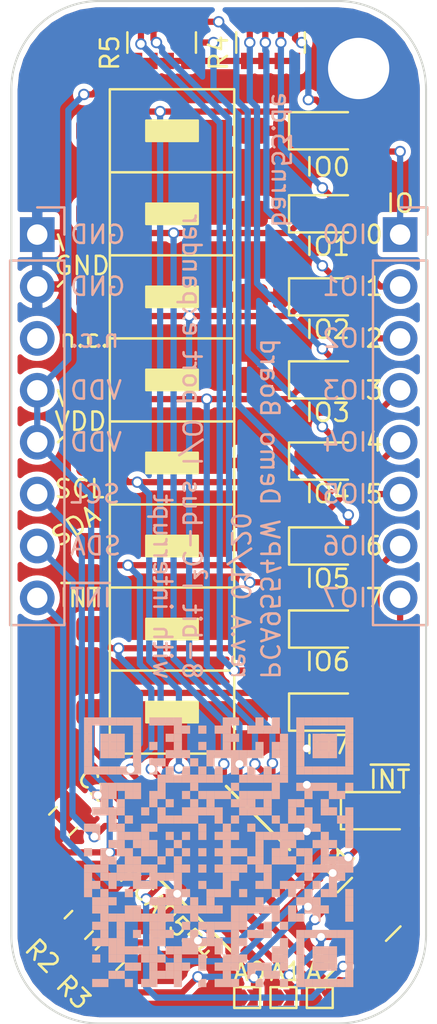
<source format=kicad_pcb>
(kicad_pcb (version 20171130) (host pcbnew "(5.1.4-0-10_14)")
  (layers (0 F.Cu signal) (31 B.Cu signal) (34 B.Paste user) (35 F.Paste user) (36 B.SilkS user) (37 F.SilkS user) (38 B.Mask user) (39 F.Mask user) (44 Edge.Cuts user))
  (net 0 "")
  (net 1 GND)
  (net 2 VDD)
  (net 3 "Net-(D1-Pad2)")
  (net 4 /~INT)
  (net 5 "Net-(D2-Pad2)")
  (net 6 /IO0)
  (net 7 "Net-(D3-Pad2)")
  (net 8 /IO1)
  (net 9 "Net-(D4-Pad2)")
  (net 10 /IO2)
  (net 11 "Net-(D5-Pad2)")
  (net 12 /IO3)
  (net 13 "Net-(D6-Pad2)")
  (net 14 /IO4)
  (net 15 "Net-(D7-Pad2)")
  (net 16 /IO5)
  (net 17 "Net-(D8-Pad2)")
  (net 18 /IO6)
  (net 19 "Net-(D9-Pad2)")
  (net 20 /IO7)
  (net 21 /SDA)
  (net 22 /SCL)
  (net 23 /A0)
  (net 24 /A1)
  (net 25 /A2)
  (module barn53-kicad:SolderJumper-2_small (layer F.Cu) (at 89.916 67.818)
    (fp_text reference JP3 hide)
    (fp_text value A2 (at 0.254 -1.27) (layer F.SilkS) (effects (font (size 0.889 0.889) (thickness 0.127))))
    (pad 2 smd custom (at 0.508 0) (size 0.127 0.127) (layers F.Cu F.Mask) (net 25 /A2) (options (clearance outline) (anchor circle)) (primitives (gr_poly (pts (xy -0.381 -0.381) (xy -0.127 0) (xy -0.381 0.381) (xy 0.127 0.381) (xy 0.127 -0.381)) (width 0.0254))))
    (pad 1 smd custom (at -0.127 0) (size 0.127 0.127) (layers F.Cu F.Mask) (net 1 GND) (options (clearance outline) (anchor circle)) (primitives (gr_poly (pts (xy -0.254 0) (xy -0.254 -0.381) (xy 0.127 -0.381) (xy 0.381 0) (xy 0.127 0.381) (xy -0.254 0.381)) (width 0.0254))))
  )
  (module barn53-kicad:SolderJumper-2_small (layer F.Cu) (at 88.138 67.818)
    (fp_text reference JP2 hide)
    (fp_text value A1 (at 0.254 -1.27) (layer F.SilkS) (effects (font (size 0.889 0.889) (thickness 0.127))))
    (pad 2 smd custom (at 0.508 0) (size 0.127 0.127) (layers F.Cu F.Mask) (net 24 /A1) (options (clearance outline) (anchor circle)) (primitives (gr_poly (pts (xy -0.381 -0.381) (xy -0.127 0) (xy -0.381 0.381) (xy 0.127 0.381) (xy 0.127 -0.381)) (width 0.0254))))
    (pad 1 smd custom (at -0.127 0) (size 0.127 0.127) (layers F.Cu F.Mask) (net 1 GND) (options (clearance outline) (anchor circle)) (primitives (gr_poly (pts (xy -0.254 0) (xy -0.254 -0.381) (xy 0.127 -0.381) (xy 0.381 0) (xy 0.127 0.381) (xy -0.254 0.381)) (width 0.0254))))
  )
  (module barn53-kicad:SolderJumper-2_small (layer F.Cu) (at 86.36 67.818)
    (fp_text reference JP1 hide)
    (fp_text value A0 (at 0.254 -1.27) (layer F.SilkS) (effects (font (size 0.889 0.889) (thickness 0.127))))
    (pad 2 smd custom (at 0.508 0) (size 0.127 0.127) (layers F.Cu F.Mask) (net 23 /A0) (options (clearance outline) (anchor circle)) (primitives (gr_poly (pts (xy -0.381 -0.381) (xy -0.127 0) (xy -0.381 0.381) (xy 0.127 0.381) (xy 0.127 -0.381)) (width 0.0254))))
    (pad 1 smd custom (at -0.127 0) (size 0.127 0.127) (layers F.Cu F.Mask) (net 1 GND) (options (clearance outline) (anchor circle)) (primitives (gr_poly (pts (xy -0.254 0) (xy -0.254 -0.381) (xy 0.127 -0.381) (xy 0.381 0) (xy 0.127 0.381) (xy -0.254 0.381)) (width 0.0254))))
  )
  (module barn53-kicad:SMD_Push_Button (layer F.Cu) (at 78.994 53.848)
    (fp_text reference SW8 hide)
    (fp_text value SW_Push)
    (pad 2 smd roundrect (at 7.747 0) (size 1.524 1.27) (layers F.Cu F.Paste F.Mask) (net 1 GND))
    (pad 1 smd roundrect (at -0.127 0) (size 1.524 1.27) (layers F.Cu F.Paste F.Mask) (net 20 /IO7))
  )
  (module barn53-kicad:SMD_Push_Button (layer F.Cu) (at 78.994 33.528)
    (fp_text reference SW3 hide)
    (fp_text value SW_Push)
    (pad 2 smd roundrect (at 7.747 0) (size 1.524 1.27) (layers F.Cu F.Paste F.Mask) (net 1 GND))
    (pad 1 smd roundrect (at -0.127 0) (size 1.524 1.27) (layers F.Cu F.Paste F.Mask) (net 10 /IO2))
  )
  (module barn53-kicad:SMD_Push_Button (layer F.Cu) (at 78.994 37.592)
    (fp_text reference SW4 hide)
    (fp_text value SW_Push)
    (pad 2 smd roundrect (at 7.747 0) (size 1.524 1.27) (layers F.Cu F.Paste F.Mask) (net 1 GND))
    (pad 1 smd roundrect (at -0.127 0) (size 1.524 1.27) (layers F.Cu F.Paste F.Mask) (net 12 /IO3))
  )
  (module barn53-kicad:SMD_Push_Button (layer F.Cu) (at 78.994 41.656)
    (fp_text reference SW5 hide)
    (fp_text value SW_Push)
    (pad 2 smd roundrect (at 7.747 0) (size 1.524 1.27) (layers F.Cu F.Paste F.Mask) (net 1 GND))
    (pad 1 smd roundrect (at -0.127 0) (size 1.524 1.27) (layers F.Cu F.Paste F.Mask) (net 14 /IO4))
  )
  (module barn53-kicad:SMD_Push_Button (layer F.Cu) (at 78.994 45.72)
    (fp_text reference SW6 hide)
    (fp_text value SW_Push)
    (pad 2 smd roundrect (at 7.747 0) (size 1.524 1.27) (layers F.Cu F.Paste F.Mask) (net 1 GND))
    (pad 1 smd roundrect (at -0.127 0) (size 1.524 1.27) (layers F.Cu F.Paste F.Mask) (net 16 /IO5))
  )
  (module barn53-kicad:SMD_Push_Button (layer F.Cu) (at 78.994 49.784)
    (fp_text reference SW7 hide)
    (fp_text value SW_Push)
    (pad 2 smd roundrect (at 7.747 0) (size 1.524 1.27) (layers F.Cu F.Paste F.Mask) (net 1 GND))
    (pad 1 smd roundrect (at -0.127 0) (size 1.524 1.27) (layers F.Cu F.Paste F.Mask) (net 18 /IO6))
  )
  (module barn53-kicad:SMD_Push_Button (layer F.Cu) (at 78.994 29.464)
    (fp_text reference SW2 hide)
    (fp_text value SW_Push)
    (pad 2 smd roundrect (at 7.747 0) (size 1.524 1.27) (layers F.Cu F.Paste F.Mask) (net 1 GND))
    (pad 1 smd roundrect (at -0.127 0) (size 1.524 1.27) (layers F.Cu F.Paste F.Mask) (net 8 /IO1))
  )
  (module barn53-kicad:SMD_Push_Button (layer F.Cu) (at 78.994 25.4)
    (fp_text reference SW1 hide)
    (fp_text value SW_Push)
    (pad 2 smd roundrect (at 7.747 0) (size 1.524 1.27) (layers F.Cu F.Paste F.Mask) (net 1 GND))
    (pad 1 smd roundrect (at -0.127 0) (size 1.524 1.27) (layers F.Cu F.Paste F.Mask) (net 6 /IO0))
  )
  (module barn53-kicad-logos:QR_barn53.de (layer B.Cu) (at 85.09 60.706 180)
    (fp_text reference QR***** hide)
    (fp_text value QR_barn53.de hide)
  )
  (module Package_SO:TSSOP-16_4.4x5mm_P0.65mm (layer F.Cu) (at 85.09 60.96 135)
    (fp_text reference U1 hide)
    (fp_text value PCA9554 (at -0.179605 -3.771708 315) (layer F.SilkS) (effects (font (size 0.889 0.889) (thickness 0.127))))
    (pad 16 smd rect (at 2.95 -2.275 135) (size 1.5 0.45) (layers F.Cu F.Paste F.Mask) (net 2 VDD))
    (pad 15 smd rect (at 2.95 -1.625 135) (size 1.5 0.45) (layers F.Cu F.Paste F.Mask) (net 21 /SDA))
    (pad 14 smd rect (at 2.95 -0.975 135) (size 1.5 0.45) (layers F.Cu F.Paste F.Mask) (net 22 /SCL))
    (pad 13 smd rect (at 2.95 -0.325 135) (size 1.5 0.45) (layers F.Cu F.Paste F.Mask) (net 4 /~INT))
    (pad 12 smd rect (at 2.95 0.325 135) (size 1.5 0.45) (layers F.Cu F.Paste F.Mask) (net 20 /IO7))
    (pad 11 smd rect (at 2.95 0.975 135) (size 1.5 0.45) (layers F.Cu F.Paste F.Mask) (net 18 /IO6))
    (pad 10 smd rect (at 2.95 1.625 135) (size 1.5 0.45) (layers F.Cu F.Paste F.Mask) (net 16 /IO5))
    (pad 9 smd rect (at 2.95 2.275 135) (size 1.5 0.45) (layers F.Cu F.Paste F.Mask) (net 14 /IO4))
    (pad 8 smd rect (at -2.95 2.275 135) (size 1.5 0.45) (layers F.Cu F.Paste F.Mask) (net 1 GND))
    (pad 7 smd rect (at -2.95 1.625 135) (size 1.5 0.45) (layers F.Cu F.Paste F.Mask) (net 12 /IO3))
    (pad 6 smd rect (at -2.95 0.975 135) (size 1.5 0.45) (layers F.Cu F.Paste F.Mask) (net 10 /IO2))
    (pad 5 smd rect (at -2.95 0.325 135) (size 1.5 0.45) (layers F.Cu F.Paste F.Mask) (net 8 /IO1))
    (pad 4 smd rect (at -2.95 -0.325 135) (size 1.5 0.45) (layers F.Cu F.Paste F.Mask) (net 6 /IO0))
    (pad 3 smd rect (at -2.95 -0.975 135) (size 1.5 0.45) (layers F.Cu F.Paste F.Mask) (net 25 /A2))
    (pad 2 smd rect (at -2.95 -1.625 135) (size 1.5 0.45) (layers F.Cu F.Paste F.Mask) (net 24 /A1))
    (pad 1 smd rect (at -2.95 -2.275 135) (size 1.5 0.45) (layers F.Cu F.Paste F.Mask) (net 23 /A0))
  )
  (module Resistor_SMD:R_Array_Convex_4x0603 (layer F.Cu) (at 82.296 21.082 270)
    (fp_text reference R5 (at 0.508 2.54 90) (layer F.SilkS) (effects (font (size 0.889 0.889) (thickness 0.127))))
    (fp_text value 220)
    (pad 5 smd rect (at 0.9 1.2 270) (size 0.8 0.5) (layers F.Cu F.Paste F.Mask) (net 2 VDD))
    (pad 6 smd rect (at 0.9 0.4 270) (size 0.8 0.4) (layers F.Cu F.Paste F.Mask) (net 2 VDD))
    (pad 8 smd rect (at 0.9 -1.2 270) (size 0.8 0.5) (layers F.Cu F.Paste F.Mask) (net 2 VDD))
    (pad 7 smd rect (at 0.9 -0.4 270) (size 0.8 0.4) (layers F.Cu F.Paste F.Mask) (net 2 VDD))
    (pad 4 smd rect (at -0.9 1.2 270) (size 0.8 0.5) (layers F.Cu F.Paste F.Mask) (net 19 "Net-(D9-Pad2)"))
    (pad 2 smd rect (at -0.9 -0.4 270) (size 0.8 0.4) (layers F.Cu F.Paste F.Mask) (net 15 "Net-(D7-Pad2)"))
    (pad 3 smd rect (at -0.9 0.4 270) (size 0.8 0.4) (layers F.Cu F.Paste F.Mask) (net 17 "Net-(D8-Pad2)"))
    (pad 1 smd rect (at -0.9 -1.2 270) (size 0.8 0.5) (layers F.Cu F.Paste F.Mask) (net 13 "Net-(D6-Pad2)"))
  )
  (module Resistor_SMD:R_Array_Convex_4x0603 (layer F.Cu) (at 87.63 21.082 270)
    (fp_text reference R4 (at 0.508 2.54 90) (layer F.SilkS) (effects (font (size 0.889 0.889) (thickness 0.127))))
    (fp_text value 220)
    (pad 5 smd rect (at 0.9 1.2 270) (size 0.8 0.5) (layers F.Cu F.Paste F.Mask) (net 2 VDD))
    (pad 6 smd rect (at 0.9 0.4 270) (size 0.8 0.4) (layers F.Cu F.Paste F.Mask) (net 2 VDD))
    (pad 8 smd rect (at 0.9 -1.2 270) (size 0.8 0.5) (layers F.Cu F.Paste F.Mask) (net 2 VDD))
    (pad 7 smd rect (at 0.9 -0.4 270) (size 0.8 0.4) (layers F.Cu F.Paste F.Mask) (net 2 VDD))
    (pad 4 smd rect (at -0.9 1.2 270) (size 0.8 0.5) (layers F.Cu F.Paste F.Mask) (net 11 "Net-(D5-Pad2)"))
    (pad 2 smd rect (at -0.9 -0.4 270) (size 0.8 0.4) (layers F.Cu F.Paste F.Mask) (net 7 "Net-(D3-Pad2)"))
    (pad 3 smd rect (at -0.9 0.4 270) (size 0.8 0.4) (layers F.Cu F.Paste F.Mask) (net 9 "Net-(D4-Pad2)"))
    (pad 1 smd rect (at -0.9 -1.2 270) (size 0.8 0.5) (layers F.Cu F.Paste F.Mask) (net 5 "Net-(D2-Pad2)"))
  )
  (module Resistor_SMD:R_0805_2012Metric (layer F.Cu) (at 79.756 65.786 45)
    (fp_text reference R3 (at -2.514472 0 135) (layer F.SilkS) (effects (font (size 0.889 0.889) (thickness 0.127))))
    (fp_text value 220)
    (pad 2 smd roundrect (at 0.9375 0 45) (size 0.975 1.4) (layers F.Cu F.Paste F.Mask) (net 3 "Net-(D1-Pad2)"))
    (pad 1 smd roundrect (at -0.9375 0 45) (size 0.975 1.4) (layers F.Cu F.Paste F.Mask) (net 2 VDD))
  )
  (module Resistor_SMD:R_0805_2012Metric (layer F.Cu) (at 78.232 64.262 45)
    (fp_text reference R2 (at -2.334867 -0.179605 135) (layer F.SilkS) (effects (font (size 0.889 0.889) (thickness 0.127))))
    (fp_text value 10k)
    (pad 2 smd roundrect (at 0.9375 0 45) (size 0.975 1.4) (layers F.Cu F.Paste F.Mask) (net 21 /SDA))
    (pad 1 smd roundrect (at -0.9375 0 45) (size 0.975 1.4) (layers F.Cu F.Paste F.Mask) (net 2 VDD))
  )
  (module Resistor_SMD:R_Array_Convex_4x0603 (layer F.Cu) (at 92.456 63.5 45)
    (fp_text reference R1 (at 0.538815 -2.694077 45) (layer F.SilkS) (effects (font (size 0.889 0.889) (thickness 0.127))))
    (fp_text value 10k)
    (pad 5 smd rect (at 0.9 1.2 45) (size 0.8 0.5) (layers F.Cu F.Paste F.Mask) (net 2 VDD))
    (pad 6 smd rect (at 0.9 0.4 45) (size 0.8 0.4) (layers F.Cu F.Paste F.Mask) (net 2 VDD))
    (pad 8 smd rect (at 0.9 -1.2 45) (size 0.8 0.5) (layers F.Cu F.Paste F.Mask) (net 2 VDD))
    (pad 7 smd rect (at 0.9 -0.4 45) (size 0.8 0.4) (layers F.Cu F.Paste F.Mask) (net 2 VDD))
    (pad 4 smd rect (at -0.9 1.2 45) (size 0.8 0.5) (layers F.Cu F.Paste F.Mask) (net 22 /SCL))
    (pad 2 smd rect (at -0.9 -0.4 45) (size 0.8 0.4) (layers F.Cu F.Paste F.Mask) (net 24 /A1))
    (pad 3 smd rect (at -0.9 0.4 45) (size 0.8 0.4) (layers F.Cu F.Paste F.Mask) (net 25 /A2))
    (pad 1 smd rect (at -0.9 -1.2 45) (size 0.8 0.5) (layers F.Cu F.Paste F.Mask) (net 23 /A0))
  )
  (module Connector_PinHeader_2.54mm:PinHeader_1x08_P2.54mm_Vertical (layer B.Cu) (at 93.98 30.48 180)
    (fp_text reference J2 hide)
    (fp_text value Conn_01x08)
    (pad 8 thru_hole oval (at 0 -17.78 180) (size 1.7 1.7) (drill 1) (layers *.Cu *.Mask) (net 20 /IO7))
    (pad 7 thru_hole oval (at 0 -15.24 180) (size 1.7 1.7) (drill 1) (layers *.Cu *.Mask) (net 18 /IO6))
    (pad 6 thru_hole oval (at 0 -12.7 180) (size 1.7 1.7) (drill 1) (layers *.Cu *.Mask) (net 16 /IO5))
    (pad 5 thru_hole oval (at 0 -10.16 180) (size 1.7 1.7) (drill 1) (layers *.Cu *.Mask) (net 14 /IO4))
    (pad 4 thru_hole oval (at 0 -7.62 180) (size 1.7 1.7) (drill 1) (layers *.Cu *.Mask) (net 12 /IO3))
    (pad 3 thru_hole oval (at 0 -5.08 180) (size 1.7 1.7) (drill 1) (layers *.Cu *.Mask) (net 10 /IO2))
    (pad 2 thru_hole oval (at 0 -2.54 180) (size 1.7 1.7) (drill 1) (layers *.Cu *.Mask) (net 8 /IO1))
    (pad 1 thru_hole rect (at 0 0 180) (size 1.7 1.7) (drill 1) (layers *.Cu *.Mask) (net 6 /IO0))
  )
  (module Connector_PinHeader_2.54mm:PinHeader_1x08_P2.54mm_Vertical (layer B.Cu) (at 76.2 30.48 180)
    (fp_text reference J1 hide)
    (fp_text value Conn_01x08)
    (pad 8 thru_hole oval (at 0 -17.78 180) (size 1.7 1.7) (drill 1) (layers *.Cu *.Mask) (net 4 /~INT))
    (pad 7 thru_hole oval (at 0 -15.24 180) (size 1.7 1.7) (drill 1) (layers *.Cu *.Mask) (net 21 /SDA))
    (pad 6 thru_hole oval (at 0 -12.7 180) (size 1.7 1.7) (drill 1) (layers *.Cu *.Mask) (net 22 /SCL))
    (pad 5 thru_hole oval (at 0 -10.16 180) (size 1.7 1.7) (drill 1) (layers *.Cu *.Mask) (net 2 VDD))
    (pad 4 thru_hole oval (at 0 -7.62 180) (size 1.7 1.7) (drill 1) (layers *.Cu *.Mask) (net 2 VDD))
    (pad 3 thru_hole oval (at 0 -5.08 180) (size 1.7 1.7) (drill 1) (layers *.Cu *.Mask))
    (pad 2 thru_hole oval (at 0 -2.54 180) (size 1.7 1.7) (drill 1) (layers *.Cu *.Mask) (net 1 GND))
    (pad 1 thru_hole rect (at 0 0 180) (size 1.7 1.7) (drill 1) (layers *.Cu *.Mask) (net 1 GND))
  )
  (module LED_SMD:LED_0805_2012Metric_Castellated (layer F.Cu) (at 90.424 53.848)
    (fp_text reference D9 hide)
    (fp_text value IO7 (at 0 1.6) (layer F.SilkS) (effects (font (size 0.889 0.889) (thickness 0.127))))
    (pad 2 smd roundrect (at 0.9625 0) (size 1.325 1.3) (layers F.Cu F.Paste F.Mask) (roundrect_rratio 0.192308) (net 19 "Net-(D9-Pad2)"))
    (pad 1 smd roundrect (at -0.9625 0) (size 1.325 1.3) (layers F.Cu F.Paste F.Mask) (roundrect_rratio 0.192308) (net 20 /IO7))
  )
  (module LED_SMD:LED_0805_2012Metric_Castellated (layer F.Cu) (at 90.424 49.784)
    (fp_text reference D8 hide)
    (fp_text value IO6 (at 0 1.6) (layer F.SilkS) (effects (font (size 0.889 0.889) (thickness 0.127))))
    (pad 2 smd roundrect (at 0.9625 0) (size 1.325 1.3) (layers F.Cu F.Paste F.Mask) (roundrect_rratio 0.192308) (net 17 "Net-(D8-Pad2)"))
    (pad 1 smd roundrect (at -0.9625 0) (size 1.325 1.3) (layers F.Cu F.Paste F.Mask) (roundrect_rratio 0.192308) (net 18 /IO6))
  )
  (module LED_SMD:LED_0805_2012Metric_Castellated (layer F.Cu) (at 90.424 45.72)
    (fp_text reference D7 hide)
    (fp_text value IO5 (at 0 1.6) (layer F.SilkS) (effects (font (size 0.889 0.889) (thickness 0.127))))
    (pad 2 smd roundrect (at 0.9625 0) (size 1.325 1.3) (layers F.Cu F.Paste F.Mask) (roundrect_rratio 0.192308) (net 15 "Net-(D7-Pad2)"))
    (pad 1 smd roundrect (at -0.9625 0) (size 1.325 1.3) (layers F.Cu F.Paste F.Mask) (roundrect_rratio 0.192308) (net 16 /IO5))
  )
  (module LED_SMD:LED_0805_2012Metric_Castellated (layer F.Cu) (at 90.424 41.565)
    (fp_text reference D6 hide)
    (fp_text value IO4 (at 0 1.6) (layer F.SilkS) (effects (font (size 0.889 0.889) (thickness 0.127))))
    (pad 2 smd roundrect (at 0.9625 0) (size 1.325 1.3) (layers F.Cu F.Paste F.Mask) (roundrect_rratio 0.192308) (net 13 "Net-(D6-Pad2)"))
    (pad 1 smd roundrect (at -0.9625 0) (size 1.325 1.3) (layers F.Cu F.Paste F.Mask) (roundrect_rratio 0.192308) (net 14 /IO4))
  )
  (module LED_SMD:LED_0805_2012Metric_Castellated (layer F.Cu) (at 90.424 37.592)
    (fp_text reference D5 hide)
    (fp_text value IO3 (at 0 1.6) (layer F.SilkS) (effects (font (size 0.889 0.889) (thickness 0.127))))
    (pad 2 smd roundrect (at 0.9625 0) (size 1.325 1.3) (layers F.Cu F.Paste F.Mask) (roundrect_rratio 0.192308) (net 11 "Net-(D5-Pad2)"))
    (pad 1 smd roundrect (at -0.9625 0) (size 1.325 1.3) (layers F.Cu F.Paste F.Mask) (roundrect_rratio 0.192308) (net 12 /IO3))
  )
  (module LED_SMD:LED_0805_2012Metric_Castellated (layer F.Cu) (at 90.424 33.528)
    (fp_text reference D4 hide)
    (fp_text value IO2 (at 0 1.6) (layer F.SilkS) (effects (font (size 0.889 0.889) (thickness 0.127))))
    (pad 2 smd roundrect (at 0.9625 0) (size 1.325 1.3) (layers F.Cu F.Paste F.Mask) (roundrect_rratio 0.192308) (net 9 "Net-(D4-Pad2)"))
    (pad 1 smd roundrect (at -0.9625 0) (size 1.325 1.3) (layers F.Cu F.Paste F.Mask) (roundrect_rratio 0.192308) (net 10 /IO2))
  )
  (module LED_SMD:LED_0805_2012Metric_Castellated (layer F.Cu) (at 90.424 29.464)
    (fp_text reference D3 hide)
    (fp_text value IO1 (at 0 1.6) (layer F.SilkS) (effects (font (size 0.889 0.889) (thickness 0.127))))
    (pad 2 smd roundrect (at 0.9625 0) (size 1.325 1.3) (layers F.Cu F.Paste F.Mask) (roundrect_rratio 0.192308) (net 7 "Net-(D3-Pad2)"))
    (pad 1 smd roundrect (at -0.9625 0) (size 1.325 1.3) (layers F.Cu F.Paste F.Mask) (roundrect_rratio 0.192308) (net 8 /IO1))
  )
  (module LED_SMD:LED_0805_2012Metric_Castellated (layer F.Cu) (at 90.424 25.4)
    (fp_text reference D2 hide)
    (fp_text value IO0 (at 0 1.778) (layer F.SilkS) (effects (font (size 0.889 0.889) (thickness 0.127))))
    (pad 2 smd roundrect (at 0.9625 0) (size 1.325 1.3) (layers F.Cu F.Paste F.Mask) (roundrect_rratio 0.192308) (net 5 "Net-(D2-Pad2)"))
    (pad 1 smd roundrect (at -0.9625 0) (size 1.325 1.3) (layers F.Cu F.Paste F.Mask) (roundrect_rratio 0.192308) (net 6 /IO0))
  )
  (module LED_SMD:LED_0805_2012Metric_Castellated (layer F.Cu) (at 92.964 58.674)
    (fp_text reference D1 hide)
    (fp_text value ~INT (at 0.508 -1.524) (layer F.SilkS) (effects (font (size 0.889 0.889) (thickness 0.127))))
    (pad 2 smd roundrect (at 0.9625 0) (size 1.325 1.3) (layers F.Cu F.Paste F.Mask) (roundrect_rratio 0.192308) (net 3 "Net-(D1-Pad2)"))
    (pad 1 smd roundrect (at -0.9625 0) (size 1.325 1.3) (layers F.Cu F.Paste F.Mask) (roundrect_rratio 0.192308) (net 4 /~INT))
  )
  (module Capacitor_SMD:C_0805_2012Metric (layer F.Cu) (at 77.47 59.182 45)
    (fp_text reference C1 (at 2.334867 -0.179605 135) (layer F.SilkS) (effects (font (size 0.889 0.889) (thickness 0.127))))
    (fp_text value 100n)
    (pad 2 smd roundrect (at 0.9375 0 45) (size 0.975 1.4) (layers F.Cu F.Paste F.Mask) (net 1 GND))
    (pad 1 smd roundrect (at -0.9375 0 45) (size 0.975 1.4) (layers F.Cu F.Paste F.Mask) (net 2 VDD))
  )
  (gr_text IO (at 93.98 28.956) (layer F.SilkS) (effects (font (size 0.889 0.889) (thickness 0.127))))
  (gr_text "8-bit I²C-bus I/O port expander\nwith interrupt" (at 83.058 52.324 270) (layer B.SilkS) (effects (font (size 0.889 0.889) (thickness 0.127)) (justify left mirror)))
  (gr_text barn53.de (at 88.138 30.226 270) (layer B.SilkS) (effects (font (size 0.889 0.889) (thickness 0.127)) (justify left mirror)))
  (gr_line (start 77.216 40.64) (end 77.47 40.386) (layer F.SilkS) (width 0.127))
  (gr_line (start 77.216 38.1) (end 77.47 38.862) (layer F.SilkS) (width 0.127))
  (gr_line (start 77.216 33.02) (end 77.47 32.766) (layer F.SilkS) (width 0.127))
  (gr_line (start 77.216 30.48) (end 77.47 31.242) (layer F.SilkS) (width 0.127))
  (gr_text "PCA9554PW Demo Board\nrev.A 01/20" (at 86.868 52.324 270) (layer B.SilkS) (effects (font (size 0.889 0.889) (thickness 0.127)) (justify left mirror)))
  (gr_text ~INT (at 77.216 48.26) (layer F.SilkS) (effects (font (size 0.889 0.889) (thickness 0.127)) (justify left)))
  (gr_text SCL (at 76.962 42.926) (layer F.SilkS) (effects (font (size 0.889 0.889) (thickness 0.127)) (justify left)))
  (gr_text VDD (at 76.962 39.624) (layer F.SilkS) (effects (font (size 0.889 0.889) (thickness 0.127)) (justify left)))
  (gr_text SDA (at 76.962 45.466 33) (layer F.SilkS) (effects (font (size 0.889 0.889) (thickness 0.127)) (justify left)))
  (gr_text n.c. (at 77.216 35.56) (layer F.SilkS) (effects (font (size 0.889 0.889) (thickness 0.127)) (justify left)))
  (gr_text GND (at 76.962 32.004) (layer F.SilkS) (effects (font (size 0.889 0.889) (thickness 0.127)) (justify left)))
  (gr_text ~INT (at 77.724 48.26) (layer B.SilkS) (effects (font (size 0.889 0.889) (thickness 0.127)) (justify right mirror)))
  (gr_text SDA (at 77.724 45.72) (layer B.SilkS) (effects (font (size 0.889 0.889) (thickness 0.127)) (justify right mirror)))
  (gr_text SCL (at 77.724 43.18) (layer B.SilkS) (effects (font (size 0.889 0.889) (thickness 0.127)) (justify right mirror)))
  (gr_text n.c. (at 77.724 35.56) (layer B.SilkS) (effects (font (size 0.889 0.889) (thickness 0.127)) (justify right mirror)))
  (gr_text VDD (at 77.724 40.64) (layer B.SilkS) (effects (font (size 0.889 0.889) (thickness 0.127)) (justify right mirror)))
  (gr_text VDD (at 77.724 38.1) (layer B.SilkS) (effects (font (size 0.889 0.889) (thickness 0.127)) (justify right mirror)))
  (gr_text GND (at 77.724 33.02) (layer B.SilkS) (effects (font (size 0.889 0.889) (thickness 0.127)) (justify right mirror)))
  (gr_text GND (at 77.724 30.48) (layer B.SilkS) (effects (font (size 0.889 0.889) (thickness 0.127)) (justify right mirror)))
  (gr_text IO7 (at 92.456 48.26) (layer B.SilkS) (effects (font (size 0.889 0.889) (thickness 0.127)) (justify left mirror)))
  (gr_text IO6 (at 92.456 45.72) (layer B.SilkS) (effects (font (size 0.889 0.889) (thickness 0.127)) (justify left mirror)))
  (gr_text IO5 (at 92.456 43.18) (layer B.SilkS) (effects (font (size 0.889 0.889) (thickness 0.127)) (justify left mirror)))
  (gr_text IO4 (at 92.456 40.64) (layer B.SilkS) (effects (font (size 0.889 0.889) (thickness 0.127)) (justify left mirror)))
  (gr_text IO3 (at 92.456 38.1) (layer B.SilkS) (effects (font (size 0.889 0.889) (thickness 0.127)) (justify left mirror)))
  (gr_text IO2 (at 92.456 35.56) (layer B.SilkS) (effects (font (size 0.889 0.889) (thickness 0.127)) (justify left mirror)))
  (gr_text IO1 (at 92.456 33.02) (layer B.SilkS) (effects (font (size 0.889 0.889) (thickness 0.127)) (justify left mirror)))
  (gr_text IO0 (at 92.456 30.48) (layer B.SilkS) (effects (font (size 0.889 0.889) (thickness 0.127)) (justify left mirror)))
  (gr_text 7 (at 93.218 48.26) (layer F.SilkS) (effects (font (size 0.889 0.889) (thickness 0.127)) (justify right)))
  (gr_text 6 (at 93.218 45.72) (layer F.SilkS) (effects (font (size 0.889 0.889) (thickness 0.127)) (justify right)))
  (gr_text 5 (at 93.218 43.18) (layer F.SilkS) (effects (font (size 0.889 0.889) (thickness 0.127)) (justify right)))
  (gr_text 4 (at 93.218 40.64) (layer F.SilkS) (effects (font (size 0.889 0.889) (thickness 0.127)) (justify right)))
  (gr_text 3 (at 93.218 38.1) (layer F.SilkS) (effects (font (size 0.889 0.889) (thickness 0.127)) (justify right)))
  (gr_text 2 (at 93.218 35.56) (layer F.SilkS) (effects (font (size 0.889 0.889) (thickness 0.127)) (justify right)))
  (gr_text 1 (at 93.218 33.02) (layer F.SilkS) (effects (font (size 0.889 0.889) (thickness 0.127)) (justify right)))
  (gr_text 0 (at 93.218 30.48) (layer F.SilkS) (effects (font (size 0.889 0.889) (thickness 0.127)) (justify right)))
  (gr_arc (start 90.932 64.77) (end 90.932 69.088) (angle -90) (layer Edge.Cuts) (width 0.1))
  (gr_arc (start 79.248 64.77) (end 74.93 64.77) (angle -90) (layer Edge.Cuts) (width 0.1))
  (gr_arc (start 90.932 23.368) (end 95.25 23.368) (angle -90) (layer Edge.Cuts) (width 0.1))
  (gr_arc (start 79.248 23.368) (end 79.248 19.05) (angle -90) (layer Edge.Cuts) (width 0.1))
  (gr_line (start 74.93 64.77) (end 74.93 23.368) (layer Edge.Cuts) (width 0.1))
  (gr_line (start 90.932 69.088) (end 79.248 69.088) (layer Edge.Cuts) (width 0.1))
  (gr_line (start 95.25 23.368) (end 95.25 64.77) (layer Edge.Cuts) (width 0.1))
  (gr_line (start 79.248 19.05) (end 90.932 19.05) (layer Edge.Cuts) (width 0.1))
  (via (at 91.948 22.352) (size 3.5) (drill 3) (layers F.Cu B.Cu) (net 1))
  (via (at 89.408 55.626) (size 0.5588) (drill 0.381) (layers F.Cu B.Cu) (net 1))
  (via (at 89.408 57.404) (size 0.5588) (drill 0.381) (layers F.Cu B.Cu) (net 1))
  (via (at 89.408 59.69) (size 0.5588) (drill 0.381) (layers F.Cu B.Cu) (net 1))
  (segment (start 93.940924 63.712132) (end 93.375239 63.146447) (width 0.3048) (layer F.Cu) (net 2))
  (segment (start 93.375239 63.146447) (end 92.809553 62.580761) (width 0.3048) (layer F.Cu) (net 2))
  (segment (start 92.809553 62.580761) (end 92.243868 62.015076) (width 0.3048) (layer F.Cu) (net 2))
  (segment (start 77.569087 64.924913) (end 79.093087 66.448913) (width 0.3048) (layer F.Cu) (net 2))
  (segment (start 76.807087 64.162913) (end 77.569087 64.924913) (width 0.3048) (layer F.Cu) (net 2))
  (segment (start 76.807087 59.844913) (end 76.807087 64.162913) (width 0.3048) (layer F.Cu) (net 2))
  (segment (start 81.165558 60.712512) (end 77.674686 60.712512) (width 0.3048) (layer F.Cu) (net 2))
  (segment (start 77.674686 60.712512) (end 77.372771 60.410597) (width 0.3048) (layer F.Cu) (net 2))
  (segment (start 81.395367 60.482703) (end 81.165558 60.712512) (width 0.3048) (layer F.Cu) (net 2))
  (segment (start 77.372771 60.410597) (end 76.807087 59.844913) (width 0.3048) (layer F.Cu) (net 2))
  (segment (start 76.2 38.1) (end 76.2 40.64) (width 0.3048) (layer B.Cu) (net 2))
  (via (at 79.749488 60.712512) (size 0.5588) (drill 0.381) (layers F.Cu B.Cu) (net 2))
  (segment (start 81.096 21.982) (end 83.496 21.982) (width 0.3048) (layer F.Cu) (net 2))
  (segment (start 86.43 21.982) (end 88.83 21.982) (width 0.3048) (layer F.Cu) (net 2))
  (segment (start 86.43 21.982) (end 83.496 21.982) (width 0.3048) (layer F.Cu) (net 2))
  (segment (start 80.5412 21.982) (end 78.9012 23.622) (width 0.3048) (layer F.Cu) (net 2))
  (segment (start 81.096 21.982) (end 80.5412 21.982) (width 0.3048) (layer F.Cu) (net 2))
  (via (at 78.486 23.622) (size 0.5588) (drill 0.381) (layers F.Cu B.Cu) (net 2))
  (segment (start 78.9012 23.622) (end 78.486 23.622) (width 0.3048) (layer F.Cu) (net 2))
  (segment (start 77.724 36.576) (end 76.2 38.1) (width 0.3048) (layer B.Cu) (net 2))
  (segment (start 77.724 24.384) (end 77.724 36.576) (width 0.3048) (layer B.Cu) (net 2))
  (segment (start 78.486 23.622) (end 77.724 24.384) (width 0.3048) (layer B.Cu) (net 2))
  (via (at 89.462129 63.368939) (size 0.5588) (drill 0.381) (layers F.Cu B.Cu) (net 2))
  (segment (start 90.332534 62.498534) (end 89.741528 63.08954) (width 0.3048) (layer F.Cu) (net 2))
  (segment (start 89.741528 63.08954) (end 89.462129 63.368939) (width 0.3048) (layer F.Cu) (net 2))
  (segment (start 91.76041 62.498534) (end 90.332534 62.498534) (width 0.3048) (layer F.Cu) (net 2))
  (segment (start 92.243868 62.015076) (end 91.76041 62.498534) (width 0.3048) (layer F.Cu) (net 2))
  (segment (start 83.794601 67.081399) (end 84.074 66.802) (width 0.3048) (layer F.Cu) (net 2))
  (segment (start 83.312 67.564) (end 83.794601 67.081399) (width 0.3048) (layer F.Cu) (net 2))
  (segment (start 80.208174 67.564) (end 83.312 67.564) (width 0.3048) (layer F.Cu) (net 2))
  (segment (start 79.093087 66.448913) (end 80.208174 67.564) (width 0.3048) (layer F.Cu) (net 2))
  (via (at 84.074 66.802) (size 0.5588) (drill 0.381) (layers F.Cu B.Cu) (net 2))
  (segment (start 89.18273 63.648338) (end 89.153168 63.648338) (width 0.3048) (layer B.Cu) (net 2))
  (segment (start 89.153168 63.648338) (end 85.999506 66.802) (width 0.3048) (layer B.Cu) (net 2))
  (segment (start 89.462129 63.368939) (end 89.18273 63.648338) (width 0.3048) (layer B.Cu) (net 2))
  (segment (start 84.469131 66.802) (end 84.074 66.802) (width 0.3048) (layer B.Cu) (net 2))
  (segment (start 85.999506 66.802) (end 84.469131 66.802) (width 0.3048) (layer B.Cu) (net 2))
  (segment (start 78.841633 56.743633) (end 79.749488 57.651488) (width 0.3048) (layer B.Cu) (net 2))
  (segment (start 76.2 40.64) (end 78.841633 43.281633) (width 0.3048) (layer B.Cu) (net 2))
  (segment (start 78.841633 43.281633) (end 78.841633 56.743633) (width 0.3048) (layer B.Cu) (net 2))
  (segment (start 79.749488 57.651488) (end 79.749488 60.317381) (width 0.3048) (layer B.Cu) (net 2))
  (segment (start 79.749488 60.317381) (end 79.749488 60.712512) (width 0.3048) (layer B.Cu) (net 2))
  (via (at 84.074 65.024) (size 0.5588) (drill 0.381) (layers F.Cu B.Cu) (net 3))
  (segment (start 83.974913 65.123087) (end 84.074 65.024) (width 0.3048) (layer F.Cu) (net 3))
  (segment (start 80.418913 65.123087) (end 83.974913 65.123087) (width 0.3048) (layer F.Cu) (net 3))
  (via (at 91.44 60.96) (size 0.5588) (drill 0.381) (layers F.Cu B.Cu) (net 3))
  (segment (start 93.726 58.674) (end 93.9265 58.674) (width 0.3048) (layer F.Cu) (net 3))
  (segment (start 91.44 60.96) (end 93.726 58.674) (width 0.3048) (layer F.Cu) (net 3))
  (segment (start 90.17 60.96) (end 91.44 60.96) (width 0.3048) (layer B.Cu) (net 3))
  (segment (start 86.106 65.024) (end 90.17 60.96) (width 0.3048) (layer B.Cu) (net 3))
  (segment (start 84.074 65.024) (end 86.106 65.024) (width 0.3048) (layer B.Cu) (net 3))
  (segment (start 92.0015 59.424) (end 90.678 60.7475) (width 0.3048) (layer F.Cu) (net 4))
  (segment (start 92.0015 58.674) (end 92.0015 59.424) (width 0.3048) (layer F.Cu) (net 4))
  (via (at 90.678 61.722) (size 0.5588) (drill 0.381) (layers F.Cu B.Cu) (net 4))
  (segment (start 90.678 60.7475) (end 90.678 61.722) (width 0.3048) (layer F.Cu) (net 4))
  (via (at 83.058 62.738) (size 0.5588) (drill 0.381) (layers F.Cu B.Cu) (net 4))
  (segment (start 83.375265 59.704885) (end 82.774225 59.103845) (width 0.3048) (layer F.Cu) (net 4))
  (segment (start 83.375265 62.420735) (end 83.375265 59.704885) (width 0.3048) (layer F.Cu) (net 4))
  (segment (start 83.058 62.738) (end 83.375265 62.420735) (width 0.3048) (layer F.Cu) (net 4))
  (segment (start 82.042 63.754) (end 83.058 62.738) (width 0.3048) (layer B.Cu) (net 4))
  (segment (start 85.964869 66.04) (end 82.55 66.04) (width 0.3048) (layer B.Cu) (net 4))
  (segment (start 82.042 65.532) (end 82.042 63.754) (width 0.3048) (layer B.Cu) (net 4))
  (segment (start 82.55 66.04) (end 82.042 65.532) (width 0.3048) (layer B.Cu) (net 4))
  (segment (start 90.282869 61.722) (end 85.964869 66.04) (width 0.3048) (layer B.Cu) (net 4))
  (segment (start 90.678 61.722) (end 90.282869 61.722) (width 0.3048) (layer B.Cu) (net 4))
  (segment (start 79.756 62.23) (end 82.55 62.23) (width 0.3048) (layer B.Cu) (net 4))
  (segment (start 77.47 59.944) (end 79.756 62.23) (width 0.3048) (layer B.Cu) (net 4))
  (segment (start 77.47 49.53) (end 77.47 59.944) (width 0.3048) (layer B.Cu) (net 4))
  (segment (start 82.55 62.23) (end 83.058 62.738) (width 0.3048) (layer B.Cu) (net 4))
  (segment (start 76.2 48.26) (end 77.47 49.53) (width 0.3048) (layer B.Cu) (net 4))
  (segment (start 89.0252 21.082) (end 89.154 21.082) (width 0.3048) (layer F.Cu) (net 5))
  (segment (start 88.83 20.8868) (end 89.0252 21.082) (width 0.3048) (layer F.Cu) (net 5))
  (segment (start 88.83 20.182) (end 88.83 20.8868) (width 0.3048) (layer F.Cu) (net 5))
  (via (at 89.154 21.082) (size 0.5588) (drill 0.381) (layers F.Cu B.Cu) (net 5))
  (via (at 89.484265 23.876) (size 0.5588) (drill 0.381) (layers F.Cu B.Cu) (net 5))
  (segment (start 89.154 21.082) (end 89.484265 21.412265) (width 0.3048) (layer B.Cu) (net 5))
  (segment (start 89.484265 23.480869) (end 89.484265 23.876) (width 0.3048) (layer B.Cu) (net 5))
  (segment (start 89.484265 21.412265) (end 89.484265 23.480869) (width 0.3048) (layer B.Cu) (net 5))
  (segment (start 91.3865 25.4) (end 89.8625 23.876) (width 0.3048) (layer F.Cu) (net 5))
  (segment (start 89.8625 23.876) (end 89.484265 23.876) (width 0.3048) (layer F.Cu) (net 5))
  (segment (start 88.808071 24.746571) (end 89.4615 25.4) (width 0.3048) (layer F.Cu) (net 6))
  (segment (start 88.52169 24.46019) (end 88.808071 24.746571) (width 0.3048) (layer F.Cu) (net 6))
  (segment (start 78.867 25.4) (end 79.80681 24.46019) (width 0.3048) (layer F.Cu) (net 6))
  (segment (start 89.4615 25.4) (end 90.4775 26.416) (width 0.3048) (layer F.Cu) (net 6))
  (via (at 93.98 26.416) (size 0.5588) (drill 0.381) (layers F.Cu B.Cu) (net 6))
  (segment (start 90.4775 26.416) (end 93.98 26.416) (width 0.3048) (layer F.Cu) (net 6))
  (segment (start 93.98 26.416) (end 93.98 30.48) (width 0.3048) (layer B.Cu) (net 6))
  (segment (start 79.80681 24.46019) (end 81.20381 24.46019) (width 0.3048) (layer F.Cu) (net 6))
  (segment (start 81.20381 24.46019) (end 88.52169 24.46019) (width 0.3048) (layer F.Cu) (net 6))
  (via (at 82.21981 24.46019) (size 0.5588) (drill 0.381) (layers F.Cu B.Cu) (net 6))
  (segment (start 86.946155 63.275775) (end 86.345115 62.674735) (width 0.3048) (layer F.Cu) (net 6))
  (segment (start 86.345115 62.674735) (end 86.345115 58.215313) (width 0.3048) (layer F.Cu) (net 6))
  (segment (start 85.344 57.214198) (end 85.344 56.783137) (width 0.3048) (layer F.Cu) (net 6))
  (segment (start 86.345115 58.215313) (end 85.344 57.214198) (width 0.3048) (layer F.Cu) (net 6))
  (segment (start 85.344 56.783137) (end 85.344 56.388006) (width 0.3048) (layer F.Cu) (net 6))
  (via (at 85.344 56.388006) (size 0.5588) (drill 0.381) (layers F.Cu B.Cu) (net 6))
  (segment (start 82.21981 51.211237) (end 85.344 54.335427) (width 0.3048) (layer B.Cu) (net 6))
  (segment (start 85.344 55.992875) (end 85.344 56.388006) (width 0.3048) (layer B.Cu) (net 6))
  (segment (start 82.21981 24.46019) (end 82.21981 51.211237) (width 0.3048) (layer B.Cu) (net 6))
  (segment (start 85.344 54.335427) (end 85.344 55.992875) (width 0.3048) (layer B.Cu) (net 6))
  (via (at 90.17 28.194) (size 0.5588) (drill 0.381) (layers F.Cu B.Cu) (net 7))
  (segment (start 91.3865 29.4105) (end 90.17 28.194) (width 0.3048) (layer F.Cu) (net 7))
  (segment (start 91.3865 29.464) (end 91.3865 29.4105) (width 0.3048) (layer F.Cu) (net 7))
  (via (at 88.138 21.082) (size 0.5588) (drill 0.381) (layers F.Cu B.Cu) (net 7))
  (segment (start 88.138 20.29) (end 88.03 20.182) (width 0.3048) (layer F.Cu) (net 7))
  (segment (start 88.138 21.082) (end 88.138 20.29) (width 0.3048) (layer F.Cu) (net 7))
  (segment (start 90.17 28.194) (end 88.138 26.162) (width 0.3048) (layer B.Cu) (net 7))
  (segment (start 88.138 21.477131) (end 88.138 21.082) (width 0.3048) (layer B.Cu) (net 7))
  (segment (start 88.138 26.162) (end 88.138 21.477131) (width 0.3048) (layer B.Cu) (net 7))
  (segment (start 88.808071 30.117429) (end 89.4615 29.464) (width 0.3048) (layer F.Cu) (net 8))
  (segment (start 88.52169 30.40381) (end 88.808071 30.117429) (width 0.3048) (layer F.Cu) (net 8))
  (segment (start 78.867 29.464) (end 79.80681 30.40381) (width 0.3048) (layer F.Cu) (net 8))
  (segment (start 93.0175 33.02) (end 93.98 33.02) (width 0.3048) (layer F.Cu) (net 8))
  (segment (start 89.4615 29.464) (end 93.0175 33.02) (width 0.3048) (layer F.Cu) (net 8))
  (segment (start 82.88019 30.40381) (end 88.52169 30.40381) (width 0.3048) (layer F.Cu) (net 8))
  (via (at 82.88019 30.40381) (size 0.5588) (drill 0.381) (layers F.Cu B.Cu) (net 8))
  (segment (start 79.80681 30.40381) (end 82.88019 30.40381) (width 0.3048) (layer F.Cu) (net 8))
  (segment (start 86.804735 57.848123) (end 86.10561 57.148998) (width 0.3048) (layer F.Cu) (net 8))
  (segment (start 86.804735 62.215115) (end 86.804735 57.848123) (width 0.3048) (layer F.Cu) (net 8))
  (via (at 86.10561 56.388) (size 0.5588) (drill 0.381) (layers F.Cu B.Cu) (net 8))
  (segment (start 87.405775 62.816155) (end 86.804735 62.215115) (width 0.3048) (layer F.Cu) (net 8))
  (segment (start 86.10561 56.783131) (end 86.10561 56.388) (width 0.3048) (layer F.Cu) (net 8))
  (segment (start 86.10561 57.148998) (end 86.10561 56.783131) (width 0.3048) (layer F.Cu) (net 8))
  (segment (start 86.10561 55.992869) (end 86.10561 56.388) (width 0.3048) (layer B.Cu) (net 8))
  (segment (start 86.10561 54.450444) (end 86.10561 55.992869) (width 0.3048) (layer B.Cu) (net 8))
  (segment (start 82.88019 51.225024) (end 86.10561 54.450444) (width 0.3048) (layer B.Cu) (net 8))
  (segment (start 82.88019 30.40381) (end 82.88019 51.225024) (width 0.3048) (layer B.Cu) (net 8))
  (via (at 90.17 32.004) (size 0.5588) (drill 0.381) (layers F.Cu B.Cu) (net 9))
  (segment (start 91.3865 33.2205) (end 90.17 32.004) (width 0.3048) (layer F.Cu) (net 9))
  (segment (start 91.3865 33.528) (end 91.3865 33.2205) (width 0.3048) (layer F.Cu) (net 9))
  (via (at 87.376 21.082) (size 0.5588) (drill 0.381) (layers F.Cu B.Cu) (net 9))
  (segment (start 87.376 20.328) (end 87.23 20.182) (width 0.3048) (layer F.Cu) (net 9))
  (segment (start 87.376 21.082) (end 87.376 20.328) (width 0.3048) (layer F.Cu) (net 9))
  (segment (start 90.17 32.004) (end 87.426789 29.260789) (width 0.3048) (layer B.Cu) (net 9))
  (segment (start 87.426789 21.52792) (end 87.376 21.477131) (width 0.3048) (layer B.Cu) (net 9))
  (segment (start 87.426789 29.260789) (end 87.426789 21.52792) (width 0.3048) (layer B.Cu) (net 9))
  (segment (start 87.376 21.477131) (end 87.376 21.082) (width 0.3048) (layer B.Cu) (net 9))
  (segment (start 88.808071 34.181429) (end 89.4615 33.528) (width 0.3048) (layer F.Cu) (net 10))
  (segment (start 88.52169 34.46781) (end 88.808071 34.181429) (width 0.3048) (layer F.Cu) (net 10))
  (segment (start 78.867 33.528) (end 79.80681 34.46781) (width 0.3048) (layer F.Cu) (net 10))
  (segment (start 91.4935 35.56) (end 93.98 35.56) (width 0.3048) (layer F.Cu) (net 10))
  (segment (start 89.4615 33.528) (end 91.4935 35.56) (width 0.3048) (layer F.Cu) (net 10))
  (via (at 83.64219 34.46781) (size 0.5588) (drill 0.381) (layers F.Cu B.Cu) (net 10))
  (segment (start 79.80681 34.46781) (end 83.64219 34.46781) (width 0.3048) (layer F.Cu) (net 10))
  (segment (start 83.64219 34.46781) (end 88.52169 34.46781) (width 0.3048) (layer F.Cu) (net 10))
  (via (at 86.868 56.388) (size 0.5588) (drill 0.381) (layers F.Cu B.Cu) (net 10))
  (segment (start 87.264354 61.755496) (end 87.264354 56.784354) (width 0.3048) (layer F.Cu) (net 10))
  (segment (start 87.264354 56.784354) (end 87.147399 56.667399) (width 0.3048) (layer F.Cu) (net 10))
  (segment (start 87.147399 56.667399) (end 86.868 56.388) (width 0.3048) (layer F.Cu) (net 10))
  (segment (start 87.865394 62.356536) (end 87.264354 61.755496) (width 0.3048) (layer F.Cu) (net 10))
  (segment (start 83.64219 51.340431) (end 86.868 54.566241) (width 0.3048) (layer B.Cu) (net 10))
  (segment (start 86.868 55.992869) (end 86.868 56.388) (width 0.3048) (layer B.Cu) (net 10))
  (segment (start 83.64219 34.46781) (end 83.64219 51.340431) (width 0.3048) (layer B.Cu) (net 10))
  (segment (start 86.868 54.566241) (end 86.868 55.992869) (width 0.3048) (layer B.Cu) (net 10))
  (via (at 90.17 36.068) (size 0.5588) (drill 0.381) (layers F.Cu B.Cu) (net 11))
  (segment (start 91.3865 37.2845) (end 90.17 36.068) (width 0.3048) (layer F.Cu) (net 11))
  (segment (start 91.3865 37.592) (end 91.3865 37.2845) (width 0.3048) (layer F.Cu) (net 11))
  (via (at 86.614 21.082) (size 0.5588) (drill 0.381) (layers F.Cu B.Cu) (net 11))
  (segment (start 86.614 20.366) (end 86.43 20.182) (width 0.3048) (layer F.Cu) (net 11))
  (segment (start 86.614 21.082) (end 86.614 20.366) (width 0.3048) (layer F.Cu) (net 11))
  (segment (start 90.17 36.068) (end 86.969578 32.867578) (width 0.3048) (layer B.Cu) (net 11))
  (segment (start 86.969578 32.867578) (end 86.969578 24.253404) (width 0.3048) (layer B.Cu) (net 11))
  (segment (start 86.614 23.897826) (end 86.614 21.477131) (width 0.3048) (layer B.Cu) (net 11))
  (segment (start 86.614 21.477131) (end 86.614 21.082) (width 0.3048) (layer B.Cu) (net 11))
  (segment (start 86.969578 24.253404) (end 86.614 23.897826) (width 0.3048) (layer B.Cu) (net 11))
  (segment (start 88.808071 38.245429) (end 89.4615 37.592) (width 0.3048) (layer F.Cu) (net 12))
  (segment (start 79.80681 38.53181) (end 88.52169 38.53181) (width 0.3048) (layer F.Cu) (net 12))
  (segment (start 88.52169 38.53181) (end 88.808071 38.245429) (width 0.3048) (layer F.Cu) (net 12))
  (segment (start 78.867 37.592) (end 79.80681 38.53181) (width 0.3048) (layer F.Cu) (net 12))
  (segment (start 93.130001 38.949999) (end 93.98 38.1) (width 0.3048) (layer F.Cu) (net 12))
  (segment (start 90.819499 38.949999) (end 93.130001 38.949999) (width 0.3048) (layer F.Cu) (net 12))
  (segment (start 89.4615 37.592) (end 90.819499 38.949999) (width 0.3048) (layer F.Cu) (net 12))
  (via (at 84.50581 38.53181) (size 0.5588) (drill 0.381) (layers F.Cu B.Cu) (net 12))
  (via (at 87.723982 56.347178) (size 0.5588) (drill 0.381) (layers F.Cu B.Cu) (net 12))
  (segment (start 88.325014 61.896916) (end 87.723974 61.295876) (width 0.3048) (layer F.Cu) (net 12))
  (segment (start 87.723974 61.295876) (end 87.723974 56.347186) (width 0.3048) (layer F.Cu) (net 12))
  (segment (start 87.723974 56.347186) (end 87.723982 56.347178) (width 0.3048) (layer F.Cu) (net 12))
  (segment (start 87.723982 55.952047) (end 87.723982 56.347178) (width 0.3048) (layer B.Cu) (net 12))
  (segment (start 87.723982 54.77563) (end 87.723982 55.952047) (width 0.3048) (layer B.Cu) (net 12))
  (segment (start 84.50581 51.557458) (end 87.723982 54.77563) (width 0.3048) (layer B.Cu) (net 12))
  (segment (start 84.50581 38.53181) (end 84.50581 51.557458) (width 0.3048) (layer B.Cu) (net 12))
  (via (at 90.17 39.878) (size 0.5588) (drill 0.381) (layers F.Cu B.Cu) (net 13))
  (segment (start 91.3865 41.0945) (end 90.17 39.878) (width 0.3048) (layer F.Cu) (net 13))
  (segment (start 91.3865 41.565) (end 91.3865 41.0945) (width 0.3048) (layer F.Cu) (net 13))
  (via (at 85.09 20.066) (size 0.5588) (drill 0.381) (layers F.Cu B.Cu) (net 13))
  (segment (start 83.612 20.066) (end 83.496 20.182) (width 0.3048) (layer F.Cu) (net 13))
  (segment (start 85.09 20.066) (end 83.612 20.066) (width 0.3048) (layer F.Cu) (net 13))
  (segment (start 86.512367 24.442786) (end 85.953633 23.884053) (width 0.3048) (layer B.Cu) (net 13))
  (segment (start 86.512367 36.220367) (end 86.512367 24.442786) (width 0.3048) (layer B.Cu) (net 13))
  (segment (start 85.953633 23.884053) (end 85.953633 20.929633) (width 0.3048) (layer B.Cu) (net 13))
  (segment (start 85.953633 20.929633) (end 85.369399 20.345399) (width 0.3048) (layer B.Cu) (net 13))
  (segment (start 90.17 39.878) (end 86.512367 36.220367) (width 0.3048) (layer B.Cu) (net 13))
  (segment (start 85.369399 20.345399) (end 85.09 20.066) (width 0.3048) (layer B.Cu) (net 13))
  (segment (start 88.808071 42.218429) (end 89.4615 41.565) (width 0.3048) (layer F.Cu) (net 14))
  (segment (start 88.43069 42.59581) (end 88.808071 42.218429) (width 0.3048) (layer F.Cu) (net 14))
  (segment (start 80.66881 42.59581) (end 88.43069 42.59581) (width 0.3048) (layer F.Cu) (net 14))
  (segment (start 79.729 41.656) (end 80.66881 42.59581) (width 0.3048) (layer F.Cu) (net 14))
  (segment (start 78.867 41.656) (end 79.729 41.656) (width 0.3048) (layer F.Cu) (net 14))
  (segment (start 92.10019 42.51981) (end 93.130001 41.489999) (width 0.3048) (layer F.Cu) (net 14))
  (segment (start 90.41631 42.51981) (end 92.10019 42.51981) (width 0.3048) (layer F.Cu) (net 14))
  (segment (start 93.130001 41.489999) (end 93.98 40.64) (width 0.3048) (layer F.Cu) (net 14))
  (segment (start 89.4615 41.565) (end 90.41631 42.51981) (width 0.3048) (layer F.Cu) (net 14))
  (via (at 81.102157 42.59581) (size 0.5588) (drill 0.381) (layers F.Cu B.Cu) (net 14))
  (segment (start 84.053979 56.706643) (end 83.261254 56.706643) (width 0.3048) (layer F.Cu) (net 14))
  (via (at 83.140967 56.586356) (size 0.5588) (drill 0.381) (layers F.Cu B.Cu) (net 14))
  (segment (start 83.261254 56.706643) (end 83.140967 56.586356) (width 0.3048) (layer F.Cu) (net 14))
  (segment (start 84.612703 57.265367) (end 84.053979 56.706643) (width 0.3048) (layer F.Cu) (net 14))
  (segment (start 83.140967 52.778987) (end 83.140967 56.191225) (width 0.3048) (layer B.Cu) (net 14))
  (segment (start 81.686422 51.324442) (end 83.140967 52.778987) (width 0.3048) (layer B.Cu) (net 14))
  (segment (start 81.686422 43.180075) (end 81.686422 51.324442) (width 0.3048) (layer B.Cu) (net 14))
  (segment (start 81.102157 42.59581) (end 81.686422 43.180075) (width 0.3048) (layer B.Cu) (net 14))
  (segment (start 83.140967 56.191225) (end 83.140967 56.586356) (width 0.3048) (layer B.Cu) (net 14))
  (via (at 84.836 21.082) (size 0.5588) (drill 0.381) (layers F.Cu B.Cu) (net 15))
  (segment (start 82.8912 21.082) (end 84.836 21.082) (width 0.3048) (layer F.Cu) (net 15))
  (segment (start 82.696 20.8868) (end 82.8912 21.082) (width 0.3048) (layer F.Cu) (net 15))
  (segment (start 82.696 20.182) (end 82.696 20.8868) (width 0.3048) (layer F.Cu) (net 15))
  (via (at 91.44 44.196) (size 0.5588) (drill 0.381) (layers F.Cu B.Cu) (net 15))
  (segment (start 91.44 45.6665) (end 91.3865 45.72) (width 0.3048) (layer F.Cu) (net 15))
  (segment (start 91.44 44.196) (end 91.44 45.6665) (width 0.3048) (layer F.Cu) (net 15))
  (segment (start 86.055156 24.632168) (end 86.055156 38.811156) (width 0.3048) (layer B.Cu) (net 15))
  (segment (start 84.836 21.082) (end 84.836 23.413012) (width 0.3048) (layer B.Cu) (net 15))
  (segment (start 84.836 23.413012) (end 86.055156 24.632168) (width 0.3048) (layer B.Cu) (net 15))
  (segment (start 86.055156 38.811156) (end 91.160601 43.916601) (width 0.3048) (layer B.Cu) (net 15))
  (segment (start 91.160601 43.916601) (end 91.44 44.196) (width 0.3048) (layer B.Cu) (net 15))
  (segment (start 88.808071 46.373429) (end 89.4615 45.72) (width 0.3048) (layer F.Cu) (net 16))
  (segment (start 79.80681 46.65981) (end 88.52169 46.65981) (width 0.3048) (layer F.Cu) (net 16))
  (segment (start 88.52169 46.65981) (end 88.808071 46.373429) (width 0.3048) (layer F.Cu) (net 16))
  (segment (start 78.867 45.72) (end 79.80681 46.65981) (width 0.3048) (layer F.Cu) (net 16))
  (segment (start 91.2515 43.18) (end 92.777919 43.18) (width 0.3048) (layer F.Cu) (net 16))
  (segment (start 89.4615 44.97) (end 91.2515 43.18) (width 0.3048) (layer F.Cu) (net 16))
  (segment (start 92.777919 43.18) (end 93.98 43.18) (width 0.3048) (layer F.Cu) (net 16))
  (segment (start 89.4615 45.72) (end 89.4615 44.97) (width 0.3048) (layer F.Cu) (net 16))
  (via (at 81.78799 56.629179) (size 0.5588) (drill 0.381) (layers F.Cu B.Cu) (net 16))
  (via (at 80.644946 46.65981) (size 0.5588) (drill 0.381) (layers F.Cu B.Cu) (net 16))
  (segment (start 82.067389 56.908578) (end 81.78799 56.629179) (width 0.3048) (layer F.Cu) (net 16))
  (segment (start 83.598656 57.170558) (end 82.329369 57.170558) (width 0.3048) (layer F.Cu) (net 16))
  (segment (start 84.153084 57.724986) (end 83.598656 57.170558) (width 0.3048) (layer F.Cu) (net 16))
  (segment (start 82.329369 57.170558) (end 82.067389 56.908578) (width 0.3048) (layer F.Cu) (net 16))
  (segment (start 81.229211 51.513824) (end 81.229211 47.244075) (width 0.3048) (layer B.Cu) (net 16))
  (segment (start 81.229211 47.244075) (end 80.924345 46.939209) (width 0.3048) (layer B.Cu) (net 16))
  (segment (start 80.924345 46.939209) (end 80.644946 46.65981) (width 0.3048) (layer B.Cu) (net 16))
  (segment (start 82.245211 56.171958) (end 82.245211 52.529824) (width 0.3048) (layer B.Cu) (net 16))
  (segment (start 82.245211 52.529824) (end 81.229211 51.513824) (width 0.3048) (layer B.Cu) (net 16))
  (segment (start 81.78799 56.629179) (end 82.245211 56.171958) (width 0.3048) (layer B.Cu) (net 16))
  (via (at 82.042 21.082) (size 0.5588) (drill 0.381) (layers F.Cu B.Cu) (net 17))
  (segment (start 81.896 20.936) (end 82.042 21.082) (width 0.3048) (layer F.Cu) (net 17))
  (segment (start 81.896 20.182) (end 81.896 20.936) (width 0.3048) (layer F.Cu) (net 17))
  (via (at 86.614 47.498) (size 0.5588) (drill 0.381) (layers F.Cu B.Cu) (net 17))
  (segment (start 89.1005 47.498) (end 91.3865 49.784) (width 0.3048) (layer F.Cu) (net 17))
  (segment (start 86.614 47.498) (end 89.1005 47.498) (width 0.3048) (layer F.Cu) (net 17))
  (segment (start 85.597945 46.481945) (end 86.334601 47.218601) (width 0.3048) (layer B.Cu) (net 17))
  (segment (start 85.597945 24.82155) (end 85.597945 46.481945) (width 0.3048) (layer B.Cu) (net 17))
  (segment (start 82.042 21.082) (end 82.321399 21.361399) (width 0.3048) (layer B.Cu) (net 17))
  (segment (start 82.321399 21.361399) (end 82.321399 21.545004) (width 0.3048) (layer B.Cu) (net 17))
  (segment (start 82.321399 21.545004) (end 85.597945 24.82155) (width 0.3048) (layer B.Cu) (net 17))
  (segment (start 86.334601 47.218601) (end 86.614 47.498) (width 0.3048) (layer B.Cu) (net 17))
  (segment (start 88.808071 50.437429) (end 89.4615 49.784) (width 0.3048) (layer F.Cu) (net 18))
  (segment (start 88.52169 50.72381) (end 88.808071 50.437429) (width 0.3048) (layer F.Cu) (net 18))
  (segment (start 79.80681 50.72381) (end 88.52169 50.72381) (width 0.3048) (layer F.Cu) (net 18))
  (segment (start 78.867 49.784) (end 79.80681 50.72381) (width 0.3048) (layer F.Cu) (net 18))
  (segment (start 93.130001 46.569999) (end 93.98 45.72) (width 0.3048) (layer F.Cu) (net 18))
  (segment (start 92.825199 46.874801) (end 93.130001 46.569999) (width 0.3048) (layer F.Cu) (net 18))
  (segment (start 92.825199 49.942423) (end 92.825199 46.874801) (width 0.3048) (layer F.Cu) (net 18))
  (segment (start 92.028812 50.73881) (end 92.825199 49.942423) (width 0.3048) (layer F.Cu) (net 18))
  (segment (start 90.41631 50.73881) (end 92.028812 50.73881) (width 0.3048) (layer F.Cu) (net 18))
  (segment (start 89.4615 49.784) (end 90.41631 50.73881) (width 0.3048) (layer F.Cu) (net 18))
  (via (at 80.771661 56.642006) (size 0.5588) (drill 0.381) (layers F.Cu B.Cu) (net 18))
  (segment (start 83.693464 58.184606) (end 83.141482 57.632624) (width 0.3048) (layer F.Cu) (net 18))
  (segment (start 83.141482 57.632624) (end 81.621568 57.632624) (width 0.3048) (layer F.Cu) (net 18))
  (segment (start 81.621568 57.632624) (end 80.771661 56.782717) (width 0.3048) (layer F.Cu) (net 18))
  (segment (start 80.771661 56.782717) (end 80.771661 56.642006) (width 0.3048) (layer F.Cu) (net 18))
  (via (at 80.187735 50.72381) (size 0.5588) (drill 0.381) (layers F.Cu B.Cu) (net 18))
  (segment (start 80.187735 51.118941) (end 80.187735 50.72381) (width 0.3048) (layer B.Cu) (net 18))
  (segment (start 81.788 52.719206) (end 80.187735 51.118941) (width 0.3048) (layer B.Cu) (net 18))
  (segment (start 81.788 55.625667) (end 81.788 52.719206) (width 0.3048) (layer B.Cu) (net 18))
  (segment (start 80.771661 56.642006) (end 81.788 55.625667) (width 0.3048) (layer B.Cu) (net 18))
  (via (at 85.852 51.816) (size 0.5588) (drill 0.381) (layers F.Cu B.Cu) (net 19))
  (segment (start 89.3545 51.816) (end 85.852 51.816) (width 0.3048) (layer F.Cu) (net 19))
  (segment (start 91.3865 53.848) (end 89.3545 51.816) (width 0.3048) (layer F.Cu) (net 19))
  (via (at 81.28 21.150198) (size 0.5588) (drill 0.381) (layers F.Cu B.Cu) (net 19))
  (segment (start 81.28 20.366) (end 81.096 20.182) (width 0.3048) (layer F.Cu) (net 19))
  (segment (start 81.28 21.150198) (end 81.28 20.366) (width 0.3048) (layer F.Cu) (net 19))
  (segment (start 81.559399 21.429597) (end 81.28 21.150198) (width 0.3048) (layer B.Cu) (net 19))
  (segment (start 85.140734 25.010932) (end 81.559399 21.429597) (width 0.3048) (layer B.Cu) (net 19))
  (segment (start 85.140734 51.104734) (end 85.140734 25.010932) (width 0.3048) (layer B.Cu) (net 19))
  (segment (start 85.852 51.816) (end 85.140734 51.104734) (width 0.3048) (layer B.Cu) (net 19))
  (segment (start 93.98 49.462081) (end 93.98 48.26) (width 0.3048) (layer F.Cu) (net 20))
  (segment (start 92.028812 54.80281) (end 93.98 52.851622) (width 0.3048) (layer F.Cu) (net 20))
  (segment (start 90.41631 54.80281) (end 92.028812 54.80281) (width 0.3048) (layer F.Cu) (net 20))
  (segment (start 93.98 52.851622) (end 93.98 49.462081) (width 0.3048) (layer F.Cu) (net 20))
  (segment (start 89.4615 53.848) (end 90.41631 54.80281) (width 0.3048) (layer F.Cu) (net 20))
  (segment (start 78.867 53.848) (end 79.80681 52.90819) (width 0.3048) (layer F.Cu) (net 20))
  (segment (start 88.808071 53.194571) (end 89.4615 53.848) (width 0.3048) (layer F.Cu) (net 20))
  (segment (start 79.80681 52.90819) (end 88.52169 52.90819) (width 0.3048) (layer F.Cu) (net 20))
  (segment (start 88.52169 52.90819) (end 88.808071 53.194571) (width 0.3048) (layer F.Cu) (net 20))
  (segment (start 78.867 54.583) (end 78.867 53.848) (width 0.3048) (layer F.Cu) (net 20))
  (segment (start 78.867 55.60162) (end 78.867 54.583) (width 0.3048) (layer F.Cu) (net 20))
  (segment (start 82.679455 58.089835) (end 81.355215 58.089835) (width 0.3048) (layer F.Cu) (net 20))
  (segment (start 81.355215 58.089835) (end 78.867 55.60162) (width 0.3048) (layer F.Cu) (net 20))
  (segment (start 83.233845 58.644225) (end 82.679455 58.089835) (width 0.3048) (layer F.Cu) (net 20))
  (segment (start 79.770711 63.599087) (end 79.680379 63.599087) (width 0.3048) (layer F.Cu) (net 21))
  (segment (start 79.680379 63.599087) (end 78.894913 63.599087) (width 0.3048) (layer F.Cu) (net 21))
  (segment (start 82.456026 60.913772) (end 79.770711 63.599087) (width 0.3048) (layer F.Cu) (net 21))
  (segment (start 82.456026 60.624124) (end 82.456026 60.913772) (width 0.3048) (layer F.Cu) (net 21))
  (segment (start 81.854986 60.023084) (end 82.456026 60.624124) (width 0.3048) (layer F.Cu) (net 21))
  (via (at 78.994 59.944) (size 0.5588) (drill 0.381) (layers F.Cu B.Cu) (net 21))
  (segment (start 79.515956 59.422044) (end 79.273399 59.664601) (width 0.3048) (layer F.Cu) (net 21))
  (segment (start 81.854986 60.023084) (end 81.253946 59.422044) (width 0.3048) (layer F.Cu) (net 21))
  (segment (start 81.253946 59.422044) (end 79.515956 59.422044) (width 0.3048) (layer F.Cu) (net 21))
  (segment (start 79.273399 59.664601) (end 78.994 59.944) (width 0.3048) (layer F.Cu) (net 21))
  (segment (start 78.714601 59.664601) (end 78.994 59.944) (width 0.3048) (layer B.Cu) (net 21))
  (segment (start 76.2 45.72) (end 77.927211 47.447211) (width 0.3048) (layer B.Cu) (net 21))
  (segment (start 77.927211 58.877211) (end 78.714601 59.664601) (width 0.3048) (layer B.Cu) (net 21))
  (segment (start 77.927211 47.447211) (end 77.927211 58.877211) (width 0.3048) (layer B.Cu) (net 21))
  (via (at 81.534 62.992) (size 0.5588) (drill 0.381) (layers F.Cu B.Cu) (net 22))
  (segment (start 82.915646 60.164504) (end 82.915646 61.610354) (width 0.3048) (layer F.Cu) (net 22))
  (segment (start 82.915646 61.610354) (end 81.534 62.992) (width 0.3048) (layer F.Cu) (net 22))
  (segment (start 82.314606 59.563464) (end 82.915646 60.164504) (width 0.3048) (layer F.Cu) (net 22))
  (segment (start 81.534 62.992) (end 81.534 67.31) (width 0.3048) (layer B.Cu) (net 22))
  (segment (start 81.534 67.31) (end 81.788 67.564) (width 0.3048) (layer B.Cu) (net 22))
  (segment (start 81.788 67.564) (end 82.042 67.818) (width 0.3048) (layer B.Cu) (net 22))
  (segment (start 82.042 67.818) (end 89.662 67.818) (width 0.3048) (layer B.Cu) (net 22))
  (via (at 91.186 66.294) (size 0.5588) (drill 0.381) (layers F.Cu B.Cu) (net 22))
  (segment (start 89.662 67.818) (end 91.186 66.294) (width 0.3048) (layer B.Cu) (net 22))
  (segment (start 91.359056 66.294) (end 92.668132 64.984924) (width 0.3048) (layer F.Cu) (net 22))
  (segment (start 91.186 66.294) (end 91.359056 66.294) (width 0.3048) (layer F.Cu) (net 22))
  (via (at 79.165278 57.912) (size 0.5588) (drill 0.381) (layers F.Cu B.Cu) (net 22))
  (segment (start 79.444677 58.191399) (end 79.165278 57.912) (width 0.3048) (layer F.Cu) (net 22))
  (segment (start 81.713566 58.962424) (end 80.215702 58.962424) (width 0.3048) (layer F.Cu) (net 22))
  (segment (start 80.215702 58.962424) (end 79.444677 58.191399) (width 0.3048) (layer F.Cu) (net 22))
  (segment (start 82.314606 59.563464) (end 81.713566 58.962424) (width 0.3048) (layer F.Cu) (net 22))
  (segment (start 78.384422 45.364422) (end 78.384422 57.131144) (width 0.3048) (layer B.Cu) (net 22))
  (segment (start 78.384422 57.131144) (end 78.885879 57.632601) (width 0.3048) (layer B.Cu) (net 22))
  (segment (start 78.885879 57.632601) (end 79.165278 57.912) (width 0.3048) (layer B.Cu) (net 22))
  (segment (start 76.2 43.18) (end 78.384422 45.364422) (width 0.3048) (layer B.Cu) (net 22))
  (via (at 89.799685 63.994941) (size 0.5588) (drill 0.381) (layers F.Cu B.Cu) (net 23))
  (segment (start 90.971076 63.287868) (end 90.506758 63.287868) (width 0.3048) (layer F.Cu) (net 23))
  (segment (start 90.506758 63.287868) (end 90.079084 63.715542) (width 0.3048) (layer F.Cu) (net 23))
  (segment (start 90.079084 63.715542) (end 89.799685 63.994941) (width 0.3048) (layer F.Cu) (net 23))
  (via (at 86.817709 66.839557) (size 0.5588) (drill 0.381) (layers F.Cu B.Cu) (net 23))
  (segment (start 86.93151 67.75449) (end 86.93151 67.348489) (width 0.3048) (layer F.Cu) (net 23))
  (segment (start 86.817709 67.234688) (end 86.817709 66.839557) (width 0.3048) (layer F.Cu) (net 23))
  (segment (start 85.567297 64.654633) (end 85.567297 65.589145) (width 0.3048) (layer F.Cu) (net 23))
  (segment (start 86.53831 66.560158) (end 86.817709 66.839557) (width 0.3048) (layer F.Cu) (net 23))
  (segment (start 85.567297 65.589145) (end 86.53831 66.560158) (width 0.3048) (layer F.Cu) (net 23))
  (segment (start 86.93151 67.348489) (end 86.817709 67.234688) (width 0.3048) (layer F.Cu) (net 23))
  (segment (start 89.520286 64.657714) (end 87.617842 66.560158) (width 0.3048) (layer B.Cu) (net 23))
  (segment (start 87.097108 66.560158) (end 86.817709 66.839557) (width 0.3048) (layer B.Cu) (net 23))
  (segment (start 89.520286 64.27434) (end 89.520286 64.657714) (width 0.3048) (layer B.Cu) (net 23))
  (segment (start 87.617842 66.560158) (end 87.097108 66.560158) (width 0.3048) (layer B.Cu) (net 23))
  (segment (start 89.799685 63.994941) (end 89.520286 64.27434) (width 0.3048) (layer B.Cu) (net 23))
  (via (at 90.104496 64.849408) (size 0.5588) (drill 0.381) (layers F.Cu B.Cu) (net 24))
  (segment (start 88.635887 66.713148) (end 88.54505 66.713148) (width 0.3048) (layer B.Cu) (net 24))
  (via (at 88.54505 66.713148) (size 0.5588) (drill 0.381) (layers F.Cu B.Cu) (net 24))
  (segment (start 90.540906 64.849408) (end 90.499627 64.849408) (width 0.3048) (layer F.Cu) (net 24))
  (segment (start 88.70951 67.75449) (end 88.70951 67.272739) (width 0.3048) (layer F.Cu) (net 24))
  (segment (start 88.54505 67.108279) (end 88.54505 66.713148) (width 0.3048) (layer F.Cu) (net 24))
  (segment (start 86.026916 64.195014) (end 88.54505 66.713148) (width 0.3048) (layer F.Cu) (net 24))
  (segment (start 90.104496 65.244539) (end 88.635887 66.713148) (width 0.3048) (layer B.Cu) (net 24))
  (segment (start 88.70951 67.272739) (end 88.54505 67.108279) (width 0.3048) (layer F.Cu) (net 24))
  (segment (start 90.104496 64.849408) (end 90.104496 65.244539) (width 0.3048) (layer B.Cu) (net 24))
  (segment (start 90.499627 64.849408) (end 90.104496 64.849408) (width 0.3048) (layer F.Cu) (net 24))
  (segment (start 91.536761 63.853553) (end 90.540906 64.849408) (width 0.3048) (layer F.Cu) (net 24))
  (segment (start 90.48751 67.11951) (end 90.48751 67.75449) (width 0.3048) (layer F.Cu) (net 25))
  (segment (start 87.087576 64.336434) (end 87.704434 64.336434) (width 0.3048) (layer F.Cu) (net 25))
  (segment (start 86.486536 63.735394) (end 87.087576 64.336434) (width 0.3048) (layer F.Cu) (net 25))
  (segment (start 91.719604 64.419239) (end 89.971843 66.167) (width 0.3048) (layer F.Cu) (net 25))
  (segment (start 89.971843 66.167) (end 89.535 66.167) (width 0.3048) (layer F.Cu) (net 25))
  (segment (start 89.535 66.167) (end 90.48751 67.11951) (width 0.3048) (layer F.Cu) (net 25))
  (segment (start 92.102447 64.419239) (end 91.719604 64.419239) (width 0.3048) (layer F.Cu) (net 25))
  (segment (start 87.704434 64.336434) (end 89.535 66.167) (width 0.3048) (layer F.Cu) (net 25))
  (zone (net 1) (net_name GND) (layer F.Cu) (connect_pads (clearance 0.254)) (min_thickness 0.254) (fill yes (arc_segments 32) (thermal_gap 0.254) (thermal_bridge_width 0.508) (smoothing chamfer))
    (polygon (pts (xy 74.93 19.05) (xy 95.25 19.05) (xy 95.25 69.088) (xy 74.93 69.088)))
  )
  (zone (net 1) (net_name GND) (layer B.Cu) (connect_pads (clearance 0.254)) (min_thickness 0.254) (fill yes (arc_segments 32) (thermal_gap 0.254) (thermal_bridge_width 0.508) (smoothing chamfer))
    (polygon (pts (xy 74.936979 19.05) (xy 95.256979 19.05) (xy 95.256979 69.088) (xy 74.936979 69.088)))
  )
)
</source>
